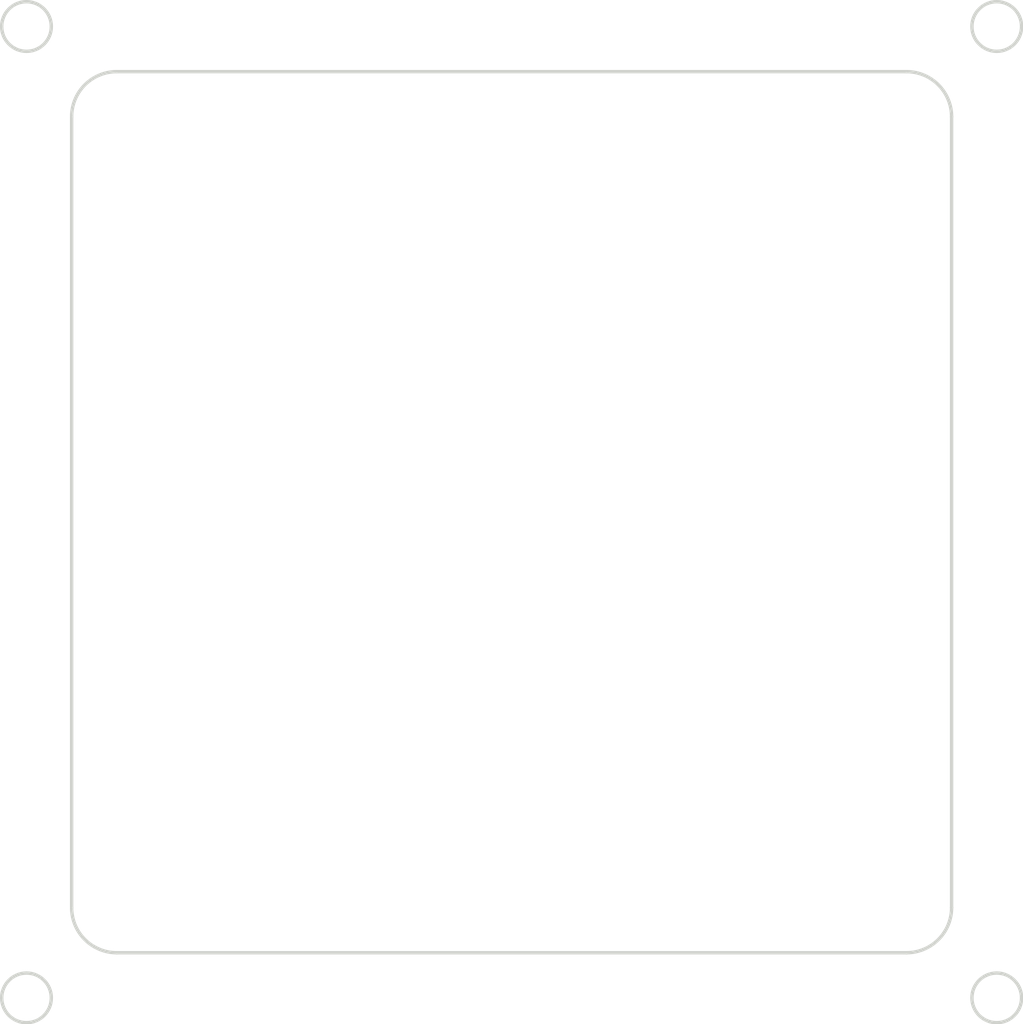
<source format=kicad_pcb>


(kicad_pcb (version 20171130) (host pcbnew 5.1.6)

  (page A3)
  (title_block
    (title "main")
    (rev "1")
    (company "Unknown")
  )

  (general
    (thickness 1.6)
  )

  (layers
    (0 F.Cu signal)
    (31 B.Cu signal)
    (32 B.Adhes user)
    (33 F.Adhes user)
    (34 B.Paste user)
    (35 F.Paste user)
    (36 B.SilkS user)
    (37 F.SilkS user)
    (38 B.Mask user)
    (39 F.Mask user)
    (40 Dwgs.User user)
    (41 Cmts.User user)
    (42 Eco1.User user)
    (43 Eco2.User user)
    (44 Edge.Cuts user)
    (45 Margin user)
    (46 B.CrtYd user)
    (47 F.CrtYd user)
    (48 B.Fab user)
    (49 F.Fab user)
  )

  (setup
    (last_trace_width 0.25)
    (trace_clearance 0.2)
    (zone_clearance 0.508)
    (zone_45_only no)
    (trace_min 0.2)
    (via_size 0.8)
    (via_drill 0.4)
    (via_min_size 0.4)
    (via_min_drill 0.3)
    (uvia_size 0.3)
    (uvia_drill 0.1)
    (uvias_allowed no)
    (uvia_min_size 0.2)
    (uvia_min_drill 0.1)
    (edge_width 0.05)
    (segment_width 0.2)
    (pcb_text_width 0.3)
    (pcb_text_size 1.5 1.5)
    (mod_edge_width 0.12)
    (mod_text_size 1 1)
    (mod_text_width 0.15)
    (pad_size 1.524 1.524)
    (pad_drill 0.762)
    (pad_to_mask_clearance 0.05)
    (aux_axis_origin 0 0)
    (visible_elements FFFFFF7F)
    (pcbplotparams
      (layerselection 0x010fc_ffffffff)
      (usegerberextensions false)
      (usegerberattributes true)
      (usegerberadvancedattributes true)
      (creategerberjobfile true)
      (excludeedgelayer true)
      (linewidth 0.100000)
      (plotframeref false)
      (viasonmask false)
      (mode 1)
      (useauxorigin false)
      (hpglpennumber 1)
      (hpglpenspeed 20)
      (hpglpendiameter 15.000000)
      (psnegative false)
      (psa4output false)
      (plotreference true)
      (plotvalue true)
      (plotinvisibletext false)
      (padsonsilk false)
      (subtractmaskfromsilk false)
      (outputformat 1)
      (mirror false)
      (drillshape 1)
      (scaleselection 1)
      (outputdirectory ""))
  )

  (net 0 "")

  (net_class Default "This is the default net class."
    (clearance 0.2)
    (trace_width 0.25)
    (via_dia 0.8)
    (via_drill 0.4)
    (uvia_dia 0.3)
    (uvia_drill 0.1)
    (add_net "")
  )

  
  (gr_line (start -10 -27.05) (end -10 8) (angle 90) (layer Edge.Cuts) (width 0.15))
(gr_line (start -8 10) (end 27 10) (angle 90) (layer Edge.Cuts) (width 0.15))
(gr_line (start 29 8) (end 29 -27.05) (angle 90) (layer Edge.Cuts) (width 0.15))
(gr_line (start 27 -29.05) (end -8 -29.05) (angle 90) (layer Edge.Cuts) (width 0.15))
(gr_arc (start -8 8) (end -10 8) (angle -90) (layer Edge.Cuts) (width 0.15))
(gr_arc (start 27 8) (end 27 10) (angle -90) (layer Edge.Cuts) (width 0.15))
(gr_arc (start 27 -27.05) (end 29 -27.05) (angle -90) (layer Edge.Cuts) (width 0.15))
(gr_arc (start -8 -27.05) (end -8 -29.05) (angle -90) (layer Edge.Cuts) (width 0.15))
(gr_circle (center -12 12) (end -10.9 12) (layer Edge.Cuts) (width 0.15))
(gr_circle (center 31 12) (end 32.1 12) (layer Edge.Cuts) (width 0.15))
(gr_circle (center 31 -31.05) (end 32.1 -31.05) (layer Edge.Cuts) (width 0.15))
(gr_circle (center -12 -31.05) (end -10.9 -31.05) (layer Edge.Cuts) (width 0.15))

)


</source>
